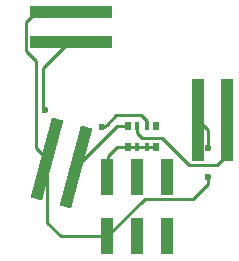
<source format=gbr>
%TF.GenerationSoftware,KiCad,Pcbnew,(5.99.0-9526-g5c17ff0595)*%
%TF.CreationDate,2021-06-06T14:51:34-05:00*%
%TF.ProjectId,BernieMittensNoChair,4265726e-6965-44d6-9974-74656e734e6f,rev?*%
%TF.SameCoordinates,Original*%
%TF.FileFunction,Copper,L2,Bot*%
%TF.FilePolarity,Positive*%
%FSLAX46Y46*%
G04 Gerber Fmt 4.6, Leading zero omitted, Abs format (unit mm)*
G04 Created by KiCad (PCBNEW (5.99.0-9526-g5c17ff0595)) date 2021-06-06 14:51:34*
%MOMM*%
%LPD*%
G01*
G04 APERTURE LIST*
G04 Aperture macros list*
%AMRotRect*
0 Rectangle, with rotation*
0 The origin of the aperture is its center*
0 $1 length*
0 $2 width*
0 $3 Rotation angle, in degrees counterclockwise*
0 Add horizontal line*
21,1,$1,$2,0,0,$3*%
G04 Aperture macros list end*
%TA.AperFunction,SMDPad,CuDef*%
%ADD10R,7.000000X1.000000*%
%TD*%
%TA.AperFunction,SMDPad,CuDef*%
%ADD11R,0.500000X0.800000*%
%TD*%
%TA.AperFunction,SMDPad,CuDef*%
%ADD12R,0.400000X0.800000*%
%TD*%
%TA.AperFunction,SMDPad,CuDef*%
%ADD13R,1.000000X3.150000*%
%TD*%
%TA.AperFunction,SMDPad,CuDef*%
%ADD14R,1.000000X7.000000*%
%TD*%
%TA.AperFunction,SMDPad,CuDef*%
%ADD15RotRect,1.000000X7.000000X165.000000*%
%TD*%
%TA.AperFunction,ViaPad*%
%ADD16C,0.600000*%
%TD*%
%TA.AperFunction,Conductor*%
%ADD17C,0.250000*%
%TD*%
G04 APERTURE END LIST*
D10*
%TO.P,D3,2,A*%
%TO.N,VSS*%
X145400000Y-85500000D03*
%TO.P,D3,1,K*%
%TO.N,Net-(RN1-Pad3)*%
X145400000Y-88000000D03*
%TD*%
D11*
%TO.P,RN1,5,R4.2*%
%TO.N,VCC*%
X152600000Y-96900000D03*
D12*
%TO.P,RN1,6,R3.2*%
X151800000Y-96900000D03*
D11*
%TO.P,RN1,8,R1.2*%
X150200000Y-96900000D03*
D12*
%TO.P,RN1,7,R2.2*%
X151000000Y-96900000D03*
D11*
%TO.P,RN1,4,R4.1*%
%TO.N,unconnected-(RN1-Pad4)*%
X152600000Y-95100000D03*
D12*
%TO.P,RN1,2,R2.1*%
%TO.N,Net-(D2-Pad1)*%
X151000000Y-95100000D03*
%TO.P,RN1,3,R3.1*%
%TO.N,Net-(RN1-Pad3)*%
X151800000Y-95100000D03*
D11*
%TO.P,RN1,1,R1.1*%
%TO.N,Net-(D1-Pad1)*%
X150200000Y-95100000D03*
%TD*%
D13*
%TO.P,J1,6,Pin_6*%
%TO.N,unconnected-(J1-Pad6)*%
X153540000Y-104450000D03*
%TO.P,J1,5,Pin_5*%
%TO.N,unconnected-(J1-Pad5)*%
X153540000Y-99400000D03*
%TO.P,J1,4,Pin_4*%
%TO.N,unconnected-(J1-Pad4)*%
X151000000Y-104450000D03*
%TO.P,J1,3,Pin_3*%
%TO.N,unconnected-(J1-Pad3)*%
X151000000Y-99400000D03*
%TO.P,J1,2,Pin_2*%
%TO.N,VSS*%
X148460000Y-104450000D03*
%TO.P,J1,1,Pin_1*%
%TO.N,VCC*%
X148460000Y-99400000D03*
%TD*%
D14*
%TO.P,D2,2,A*%
%TO.N,VSS*%
X156100000Y-94600000D03*
%TO.P,D2,1,K*%
%TO.N,Net-(D2-Pad1)*%
X158600000Y-94600000D03*
%TD*%
D15*
%TO.P,D1,2,A*%
%TO.N,VSS*%
X143385185Y-97952952D03*
%TO.P,D1,1,K*%
%TO.N,Net-(D1-Pad1)*%
X145800000Y-98600000D03*
%TD*%
D16*
%TO.N,VSS*%
X157000000Y-97000000D03*
X157000000Y-99400000D03*
%TO.N,Net-(RN1-Pad3)*%
X143200000Y-93800000D03*
X148000000Y-95200000D03*
%TD*%
D17*
%TO.N,VCC*%
X148500000Y-99360000D02*
X148500000Y-97700000D01*
X148460000Y-99400000D02*
X148500000Y-99360000D01*
X148500000Y-97700000D02*
X149300000Y-96900000D01*
X149300000Y-96900000D02*
X150200000Y-96900000D01*
%TO.N,VSS*%
X148460000Y-104450000D02*
X151609989Y-101300011D01*
X151609989Y-101300011D02*
X155749989Y-101300011D01*
X155749989Y-101300011D02*
X157000000Y-100050000D01*
X157000000Y-100050000D02*
X157000000Y-99400000D01*
X148460000Y-104450000D02*
X144500000Y-104450000D01*
X144500000Y-104450000D02*
X143385185Y-103335185D01*
X143385185Y-103335185D02*
X143385185Y-97952952D01*
X157000000Y-95500000D02*
X156100000Y-94600000D01*
X157000000Y-97000000D02*
X157000000Y-95500000D01*
X143385185Y-97952952D02*
X142400000Y-96967767D01*
X142400000Y-96967767D02*
X142400000Y-89585020D01*
X142400000Y-89585020D02*
X141574989Y-88760009D01*
X141574989Y-88760009D02*
X141574989Y-86325011D01*
X141574989Y-86325011D02*
X142400000Y-85500000D01*
X142400000Y-85500000D02*
X145400000Y-85500000D01*
%TO.N,Net-(RN1-Pad3)*%
X151285020Y-94200000D02*
X149400000Y-94200000D01*
X149400000Y-94200000D02*
X149200000Y-94200000D01*
X151800000Y-94714980D02*
X151285020Y-94200000D01*
X143200000Y-93800000D02*
X143000000Y-93600000D01*
X151800000Y-95100000D02*
X151800000Y-94714980D01*
X149200000Y-94200000D02*
X148400000Y-95000000D01*
X148400000Y-95000000D02*
X148200000Y-95200000D01*
X148200000Y-95200000D02*
X148000000Y-95200000D01*
X143000000Y-93600000D02*
X143000000Y-90200000D01*
X143000000Y-90200000D02*
X145200000Y-88000000D01*
X145200000Y-88000000D02*
X145400000Y-88000000D01*
%TO.N,Net-(D2-Pad1)*%
X151000000Y-95100000D02*
X151000000Y-95750000D01*
X151000000Y-95750000D02*
X151424989Y-96174989D01*
X151424989Y-96174989D02*
X153089969Y-96174989D01*
X153089969Y-96174989D02*
X155339991Y-98425011D01*
X155339991Y-98425011D02*
X157774989Y-98425011D01*
X157774989Y-98425011D02*
X158600000Y-97600000D01*
X158600000Y-97600000D02*
X158600000Y-94600000D01*
%TO.N,Net-(D1-Pad1)*%
X150200000Y-95100000D02*
X149300000Y-95100000D01*
X149300000Y-95100000D02*
X145800000Y-98600000D01*
%TO.N,VCC*%
X152600000Y-96900000D02*
X150200000Y-96900000D01*
%TD*%
M02*

</source>
